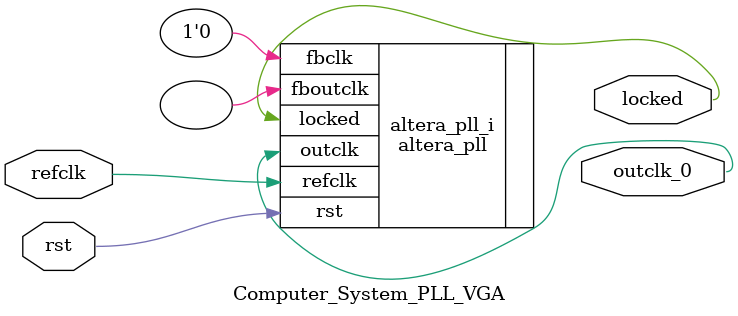
<source format=v>
`timescale 1ns/10ps
module  Computer_System_PLL_VGA(

	// interface 'refclk'
	input wire refclk,

	// interface 'reset'
	input wire rst,

	// interface 'outclk0'
	output wire outclk_0,

	// interface 'locked'
	output wire locked
);

	altera_pll #(
		.fractional_vco_multiplier("false"),
		.reference_clock_frequency("100.0 MHz"),
		.operation_mode("direct"),
		.number_of_clocks(1),
		.output_clock_frequency0("25.175644 MHz"),
		.phase_shift0("0 ps"),
		.duty_cycle0(50),
		.output_clock_frequency1("0 MHz"),
		.phase_shift1("0 ps"),
		.duty_cycle1(50),
		.output_clock_frequency2("0 MHz"),
		.phase_shift2("0 ps"),
		.duty_cycle2(50),
		.output_clock_frequency3("0 MHz"),
		.phase_shift3("0 ps"),
		.duty_cycle3(50),
		.output_clock_frequency4("0 MHz"),
		.phase_shift4("0 ps"),
		.duty_cycle4(50),
		.output_clock_frequency5("0 MHz"),
		.phase_shift5("0 ps"),
		.duty_cycle5(50),
		.output_clock_frequency6("0 MHz"),
		.phase_shift6("0 ps"),
		.duty_cycle6(50),
		.output_clock_frequency7("0 MHz"),
		.phase_shift7("0 ps"),
		.duty_cycle7(50),
		.output_clock_frequency8("0 MHz"),
		.phase_shift8("0 ps"),
		.duty_cycle8(50),
		.output_clock_frequency9("0 MHz"),
		.phase_shift9("0 ps"),
		.duty_cycle9(50),
		.output_clock_frequency10("0 MHz"),
		.phase_shift10("0 ps"),
		.duty_cycle10(50),
		.output_clock_frequency11("0 MHz"),
		.phase_shift11("0 ps"),
		.duty_cycle11(50),
		.output_clock_frequency12("0 MHz"),
		.phase_shift12("0 ps"),
		.duty_cycle12(50),
		.output_clock_frequency13("0 MHz"),
		.phase_shift13("0 ps"),
		.duty_cycle13(50),
		.output_clock_frequency14("0 MHz"),
		.phase_shift14("0 ps"),
		.duty_cycle14(50),
		.output_clock_frequency15("0 MHz"),
		.phase_shift15("0 ps"),
		.duty_cycle15(50),
		.output_clock_frequency16("0 MHz"),
		.phase_shift16("0 ps"),
		.duty_cycle16(50),
		.output_clock_frequency17("0 MHz"),
		.phase_shift17("0 ps"),
		.duty_cycle17(50),
		.pll_type("General"),
		.pll_subtype("General")
	) altera_pll_i (
		.rst	(rst),
		.outclk	({outclk_0}),
		.locked	(locked),
		.fboutclk	( ),
		.fbclk	(1'b0),
		.refclk	(refclk)
	);
endmodule


</source>
